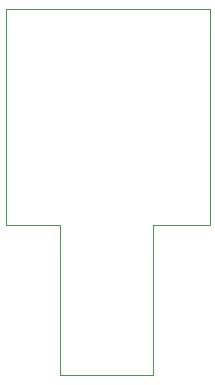
<source format=gbr>
%TF.GenerationSoftware,KiCad,Pcbnew,7.0.2-0*%
%TF.CreationDate,2023-12-19T13:33:06-05:00*%
%TF.ProjectId,TLS2591_v2,544c5332-3539-4315-9f76-322e6b696361,2*%
%TF.SameCoordinates,Original*%
%TF.FileFunction,Profile,NP*%
%FSLAX46Y46*%
G04 Gerber Fmt 4.6, Leading zero omitted, Abs format (unit mm)*
G04 Created by KiCad (PCBNEW 7.0.2-0) date 2023-12-19 13:33:06*
%MOMM*%
%LPD*%
G01*
G04 APERTURE LIST*
%TA.AperFunction,Profile*%
%ADD10C,0.100000*%
%TD*%
G04 APERTURE END LIST*
D10*
X147828000Y-101854000D02*
X147828000Y-89154000D01*
X160528000Y-89154000D02*
X155702000Y-89154000D01*
X143256000Y-70866000D02*
X160528000Y-70866000D01*
X155702000Y-89154000D02*
X155702000Y-101854000D01*
X143256000Y-89154000D02*
X143256000Y-70866000D01*
X160528000Y-70866000D02*
X160528000Y-89154000D01*
X147828000Y-89154000D02*
X143256000Y-89154000D01*
X155702000Y-101854000D02*
X147828000Y-101854000D01*
M02*

</source>
